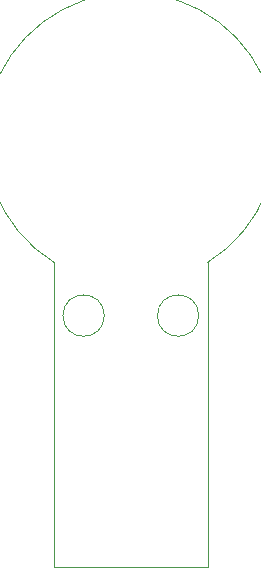
<source format=gbr>
%TF.GenerationSoftware,KiCad,Pcbnew,6.0.2*%
%TF.CreationDate,2022-03-10T16:59:44-05:00*%
%TF.ProjectId,prox-sense-single-mtch105-directional-v0.1-19.05mm-handsolder,70726f78-2d73-4656-9e73-652d73696e67,v0.1*%
%TF.SameCoordinates,Original*%
%TF.FileFunction,Profile,NP*%
%FSLAX46Y46*%
G04 Gerber Fmt 4.6, Leading zero omitted, Abs format (unit mm)*
G04 Created by KiCad (PCBNEW 6.0.2) date 2022-03-10 16:59:44*
%MOMM*%
%LPD*%
G01*
G04 APERTURE LIST*
%TA.AperFunction,Profile*%
%ADD10C,0.100000*%
%TD*%
G04 APERTURE END LIST*
D10*
X148250000Y-95250000D02*
G75*
G03*
X148250000Y-95250000I-1750000J0D01*
G01*
X149000000Y-90750000D02*
G75*
G03*
X136000000Y-90750000I-6500000J10500000D01*
G01*
X140250000Y-95250000D02*
G75*
G03*
X140250000Y-95250000I-1750000J0D01*
G01*
X136000000Y-90750000D02*
X136000000Y-116500000D01*
X149000000Y-116500000D02*
X136000000Y-116500000D01*
X149000000Y-90750000D02*
X149000000Y-116500000D01*
M02*

</source>
